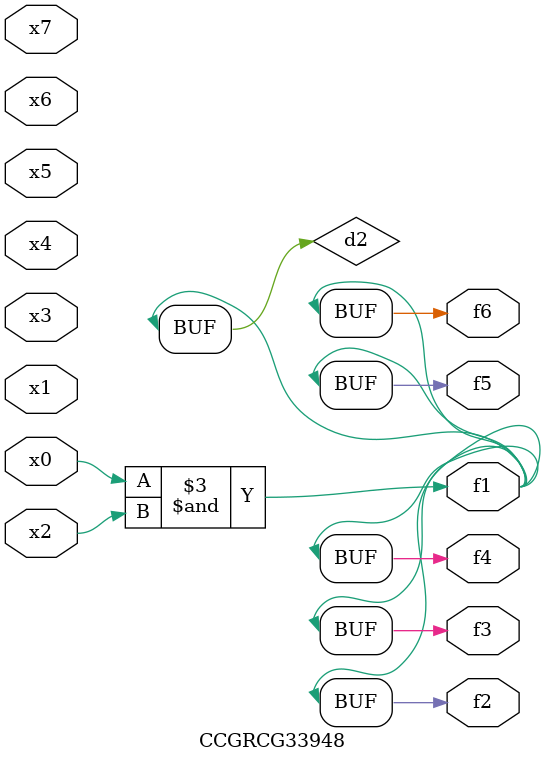
<source format=v>
module CCGRCG33948(
	input x0, x1, x2, x3, x4, x5, x6, x7,
	output f1, f2, f3, f4, f5, f6
);

	wire d1, d2;

	nor (d1, x3, x6);
	and (d2, x0, x2);
	assign f1 = d2;
	assign f2 = d2;
	assign f3 = d2;
	assign f4 = d2;
	assign f5 = d2;
	assign f6 = d2;
endmodule

</source>
